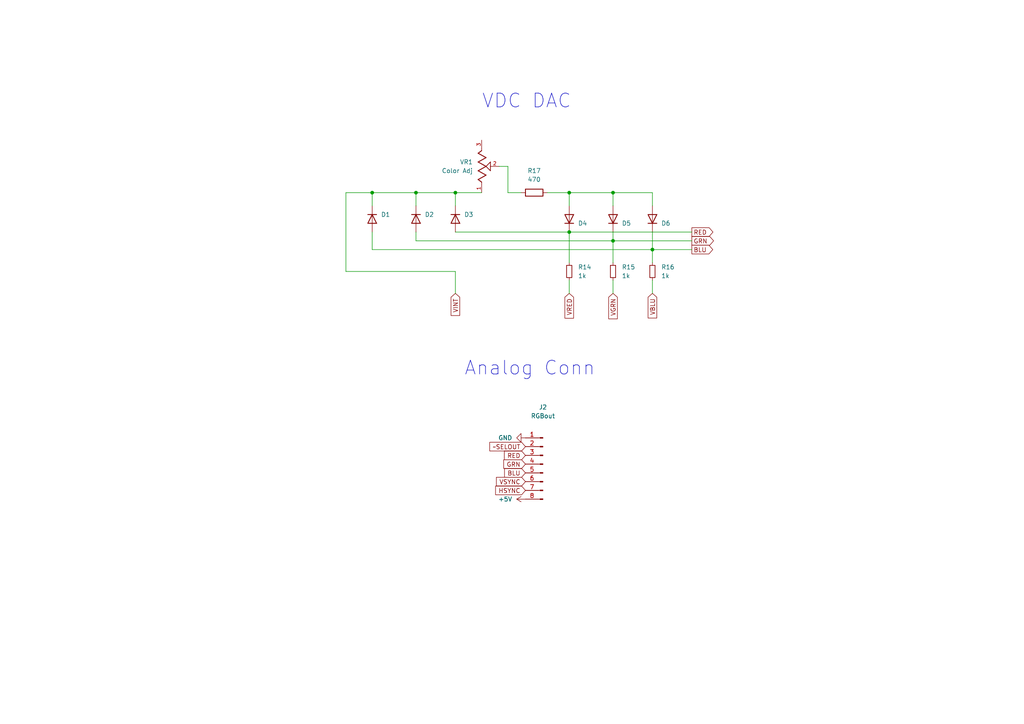
<source format=kicad_sch>
(kicad_sch (version 20230121) (generator eeschema)
  (paper "A4")
  (lib_symbols
    (symbol "3314J-1-501E:3314J-1-501E" (pin_names (offset 1.016))
      (property "Reference" "VR" (at -5.08 10.16 0))
      (property "Value" "3314J-1-501E" (at -5.08 -5.08 0))
      (symbol "3314J-1-501E_0_0"
        (polyline (pts (xy -4.572 0) (xy -5.08 0)) (stroke (width 0.1524)))
        (polyline (pts (xy -3.81 -1.016) (xy -4.572 0)) (stroke (width 0.254)))
        (polyline (pts (xy -2.54 1.27) (xy -3.81 -1.016)) (stroke (width 0.254)))
        (polyline (pts (xy -1.27 -1.016) (xy -2.54 1.27)) (stroke (width 0.254)))
        (polyline (pts (xy -1.27 2.54) (xy 1.27 2.54)) (stroke (width 0.2032)))
        (polyline (pts (xy 0 1.27) (xy -1.27 -1.016)) (stroke (width 0.254)))
        (polyline (pts (xy 0 1.27) (xy -1.27 2.54)) (stroke (width 0.2032)))
        (polyline (pts (xy 1.27 -1.016) (xy 0 1.27)) (stroke (width 0.254)))
        (polyline (pts (xy 1.27 2.54) (xy 0 1.27)) (stroke (width 0.2032)))
        (polyline (pts (xy 2.54 1.27) (xy 1.27 -1.016)) (stroke (width 0.254)))
        (polyline (pts (xy 3.81 -1.016) (xy 2.54 1.27)) (stroke (width 0.254)))
        (polyline (pts (xy 4.572 0) (xy 3.81 -1.016)) (stroke (width 0.254)))
        (polyline (pts (xy 5.08 0) (xy 4.572 0)) (stroke (width 0.1524)))
        (pin passive line (at -7.62 0 0) (length 2.54) (name "~") (number "1"))
        (pin passive line (at 0 5.08 270) (length 2.54) (name "~") (number "2"))
        (pin passive line (at 7.62 0 180) (length 2.54) (name "~") (number "3"))
      )
    )
    (symbol "Connector:Conn_01x08_Pin" (pin_names (offset 1.016) hide)
      (property "Reference" "J" (at 0 10.16 0))
      (property "Value" "Conn_01x08_Pin" (at 0 -12.7 0))
      (symbol "Conn_01x08_Pin_1_1"
        (polyline (pts (xy 1.27 -10.16) (xy 0.8636 -10.16)) (stroke (width 0.1524)))
        (polyline (pts (xy 1.27 -7.62) (xy 0.8636 -7.62)) (stroke (width 0.1524)))
        (polyline (pts (xy 1.27 -5.08) (xy 0.8636 -5.08)) (stroke (width 0.1524)))
        (polyline (pts (xy 1.27 -2.54) (xy 0.8636 -2.54)) (stroke (width 0.1524)))
        (polyline (pts (xy 1.27 0) (xy 0.8636 0)) (stroke (width 0.1524)))
        (polyline (pts (xy 1.27 2.54) (xy 0.8636 2.54)) (stroke (width 0.1524)))
        (polyline (pts (xy 1.27 5.08) (xy 0.8636 5.08)) (stroke (width 0.1524)))
        (polyline (pts (xy 1.27 7.62) (xy 0.8636 7.62)) (stroke (width 0.1524)))
        (rectangle (start 0.8636 -10.033) (end 0 -10.287) (stroke (width 0.1524)) (fill (type outline)))
        (rectangle (start 0.8636 -7.493) (end 0 -7.747) (stroke (width 0.1524)) (fill (type outline)))
        (rectangle (start 0.8636 -4.953) (end 0 -5.207) (stroke (width 0.1524)) (fill (type outline)))
        (rectangle (start 0.8636 -2.413) (end 0 -2.667) (stroke (width 0.1524)) (fill (type outline)))
        (rectangle (start 0.8636 0.127) (end 0 -0.127) (stroke (width 0.1524)) (fill (type outline)))
        (rectangle (start 0.8636 2.667) (end 0 2.413) (stroke (width 0.1524)) (fill (type outline)))
        (rectangle (start 0.8636 5.207) (end 0 4.953) (stroke (width 0.1524)) (fill (type outline)))
        (rectangle (start 0.8636 7.747) (end 0 7.493) (stroke (width 0.1524)) (fill (type outline)))
        (pin passive line (at 5.08 7.62 180) (length 3.81) (name "Pin_1") (number "1"))
        (pin passive line (at 5.08 5.08 180) (length 3.81) (name "Pin_2") (number "2"))
        (pin passive line (at 5.08 2.54 180) (length 3.81) (name "Pin_3") (number "3"))
        (pin passive line (at 5.08 0 180) (length 3.81) (name "Pin_4") (number "4"))
        (pin passive line (at 5.08 -2.54 180) (length 3.81) (name "Pin_5") (number "5"))
        (pin passive line (at 5.08 -5.08 180) (length 3.81) (name "Pin_6") (number "6"))
        (pin passive line (at 5.08 -7.62 180) (length 3.81) (name "Pin_7") (number "7"))
        (pin passive line (at 5.08 -10.16 180) (length 3.81) (name "Pin_8") (number "8"))
      )
    )
    (symbol "Device:R" (pin_numbers hide) (pin_names (offset 0))
      (property "Reference" "R" (at 2.032 0 90))
      (property "Value" "R" (at 0 0 90))
      (symbol "R_0_1"
        (rectangle (start -1.016 -2.54) (end 1.016 2.54) (stroke (width 0.254)))
      )
      (symbol "R_1_1"
        (pin passive line (at 0 3.81 270) (length 1.27) (name "~") (number "1"))
        (pin passive line (at 0 -3.81 90) (length 1.27) (name "~") (number "2"))
      )
    )
    (symbol "Device:R_Small" (pin_numbers hide) (pin_names (offset 0.254) hide)
      (property "Reference" "R" (at 0.762 0.508 0))
      (property "Value" "R_Small" (at 0.762 -1.016 0))
      (symbol "R_Small_0_1"
        (rectangle (start -0.762 1.778) (end 0.762 -1.778) (stroke (width 0.2032)))
      )
      (symbol "R_Small_1_1"
        (pin passive line (at 0 2.54 270) (length 0.762) (name "~") (number "1"))
        (pin passive line (at 0 -2.54 90) (length 0.762) (name "~") (number "2"))
      )
    )
    (symbol "Diode:1N4148W" (pin_numbers hide) (pin_names hide)
      (property "Reference" "D" (at 0 2.54 0))
      (property "Value" "1N4148W" (at 0 -2.54 0))
      (symbol "1N4148W_0_1"
        (polyline (pts (xy -1.27 1.27) (xy -1.27 -1.27)) (stroke (width 0.254)))
        (polyline (pts (xy 1.27 0) (xy -1.27 0)))
        (polyline (pts (xy 1.27 1.27) (xy 1.27 -1.27) (xy -1.27 0) (xy 1.27 1.27)) (stroke (width 0.254)))
      )
      (symbol "1N4148W_1_1"
        (pin passive line (at -3.81 0 0) (length 2.54) (name "K") (number "1"))
        (pin passive line (at 3.81 0 180) (length 2.54) (name "A") (number "2"))
      )
    )
    (symbol "power:+5V" (power) (pin_names (offset 0))
      (property "Value" "+5V" (at 0 3.556 0))
      (symbol "+5V_0_1"
        (polyline (pts (xy -0.762 1.27) (xy 0 2.54)))
        (polyline (pts (xy 0 0) (xy 0 2.54)))
        (polyline (pts (xy 0 2.54) (xy 0.762 1.27)))
      )
      (symbol "+5V_1_1"
        (pin power_in line (at 0 0 90) (length 0) hide (name "+5V") (number "1"))
      )
    )
    (symbol "power:GND" (power) (pin_names (offset 0))
      (property "Value" "GND" (at 0 -3.81 0))
      (symbol "GND_0_1"
        (polyline (pts (xy 0 0) (xy 0 -1.27) (xy 1.27 -1.27) (xy 0 -2.54) (xy -1.27 -1.27) (xy 0 -1.27)))
      )
      (symbol "GND_1_1"
        (pin power_in line (at 0 0 270) (length 0) hide (name "GND") (number "1"))
      )
    )
  )
  (junction (at 189.23 72.39))
  (junction (at 132.08 55.88))
  (junction (at 165.1 55.88))
  (junction (at 107.95 55.88))
  (junction (at 165.1 67.31))
  (junction (at 177.8 69.85))
  (junction (at 177.8 55.88))
  (junction (at 120.65 55.88))
  (wire (pts (xy 177.8 69.85) (xy 200.66 69.85)))
  (wire (pts (xy 189.23 72.39) (xy 189.23 76.2)))
  (wire (pts (xy 107.95 55.88) (xy 100.33 55.88)))
  (wire (pts (xy 177.8 55.88) (xy 189.23 55.88)))
  (wire (pts (xy 132.08 59.69) (xy 132.08 55.88)))
  (wire (pts (xy 165.1 55.88) (xy 177.8 55.88)))
  (wire (pts (xy 132.08 55.88) (xy 120.65 55.88)))
  (wire (pts (xy 132.08 55.88) (xy 139.7 55.88)))
  (wire (pts (xy 189.23 81.28) (xy 189.23 85.09)))
  (wire (pts (xy 189.23 55.88) (xy 189.23 59.69)))
  (wire (pts (xy 120.65 69.85) (xy 177.8 69.85)))
  (wire (pts (xy 100.33 78.74) (xy 132.08 78.74)))
  (wire (pts (xy 165.1 81.28) (xy 165.1 85.09)))
  (wire (pts (xy 132.08 67.31) (xy 165.1 67.31)))
  (wire (pts (xy 177.8 81.28) (xy 177.8 85.09)))
  (wire (pts (xy 189.23 67.31) (xy 189.23 72.39)))
  (wire (pts (xy 120.65 55.88) (xy 120.65 59.69)))
  (wire (pts (xy 165.1 55.88) (xy 165.1 59.69)))
  (wire (pts (xy 132.08 78.74) (xy 132.08 85.09)))
  (wire (pts (xy 147.32 48.26) (xy 147.32 55.88)))
  (wire (pts (xy 177.8 67.31) (xy 177.8 69.85)))
  (wire (pts (xy 107.95 72.39) (xy 189.23 72.39)))
  (wire (pts (xy 165.1 67.31) (xy 200.66 67.31)))
  (wire (pts (xy 189.23 72.39) (xy 200.66 72.39)))
  (wire (pts (xy 147.32 55.88) (xy 151.13 55.88)))
  (wire (pts (xy 158.75 55.88) (xy 165.1 55.88)))
  (wire (pts (xy 107.95 67.31) (xy 107.95 72.39)))
  (wire (pts (xy 144.78 48.26) (xy 147.32 48.26)))
  (wire (pts (xy 120.65 55.88) (xy 107.95 55.88)))
  (wire (pts (xy 107.95 55.88) (xy 107.95 59.69)))
  (wire (pts (xy 120.65 67.31) (xy 120.65 69.85)))
  (wire (pts (xy 165.1 67.31) (xy 165.1 76.2)))
  (wire (pts (xy 177.8 55.88) (xy 177.8 59.69)))
  (wire (pts (xy 100.33 55.88) (xy 100.33 78.74)))
  (wire (pts (xy 177.8 69.85) (xy 177.8 76.2)))
  (text "VDC DAC" (at 139.7 31.75 0) (effects (font (size 4 4)) (justify left bottom)))
  (text "Analog Conn" (at 134.62 109.22 0) (effects (font (size 4 4)) (justify left bottom)))
  (global_label "BLU" (shape output) (at 200.66 72.39 0) (property "Intersheetrefs" "${INTERSHEET_REFS}" (effects hide)))
  (global_label "BLU" (shape input) (at 152.4 137.16 180) (property "Intersheetrefs" "${INTERSHEET_REFS}" (effects hide)))
  (global_label "VRED" (shape input) (at 165.1 85.09 270) (property "Intersheetrefs" "${INTERSHEET_REFS}" (effects hide)))
  (global_label "VINT" (shape input) (at 132.08 85.09 270) (property "Intersheetrefs" "${INTERSHEET_REFS}" (effects hide)))
  (global_label "VGRN" (shape input) (at 177.8 85.09 270) (property "Intersheetrefs" "${INTERSHEET_REFS}" (effects hide)))
  (global_label "RED" (shape input) (at 152.4 132.08 180) (property "Intersheetrefs" "${INTERSHEET_REFS}" (effects hide)))
  (global_label "GRN" (shape input) (at 152.4 134.62 180) (property "Intersheetrefs" "${INTERSHEET_REFS}" (effects hide)))
  (global_label "RED" (shape output) (at 200.66 67.31 0) (property "Intersheetrefs" "${INTERSHEET_REFS}" (effects hide)))
  (global_label "~SELOUT" (shape input) (at 152.4 129.54 180) (property "Intersheetrefs" "${INTERSHEET_REFS}" (effects hide)))
  (global_label "VSYNC" (shape input) (at 152.4 139.7 180) (property "Intersheetrefs" "${INTERSHEET_REFS}" (effects hide)))
  (global_label "VBLU" (shape input) (at 189.23 85.09 270) (property "Intersheetrefs" "${INTERSHEET_REFS}" (effects hide)))
  (global_label "GRN" (shape output) (at 200.66 69.85 0) (property "Intersheetrefs" "${INTERSHEET_REFS}" (effects hide)))
  (global_label "HSYNC" (shape input) (at 152.4 142.24 180) (property "Intersheetrefs" "${INTERSHEET_REFS}" (effects hide)))
  (symbol (lib_id "Device:R") (at 154.94 55.88 90) (unit 1)
    (property "Reference" "R17" (at 154.94 49.53 90))
    (property "Value" "470" (at 154.94 52.07 90))
    (property "Footprint" "Resistor_SMD:R_1206_3216Metric" (effects hide))
  )
  (symbol (lib_id "Connector:Conn_01x08_Pin") (at 157.48 134.62 0) (mirror y) (unit 1)
    (property "Reference" "J2" (at 157.48 118.11 0))
    (property "Value" "RGBout" (at 157.48 120.65 0))
    (property "Footprint" "Connector_PinHeader_2.54mm:PinHeader_2x04_P2.54mm_Vertical" (effects hide))
  )
  (symbol (lib_id "Diode:1N4148W") (at 177.8 63.5 270) (mirror x) (unit 1)
    (property "Reference" "D5" (at 180.34 64.77 90) (effects (justify left)))
    (property "Value" "1N4148W" (effects hide))
    (property "Footprint" "Diode_SMD:D_SOD-123" (effects hide))
    (property "Datasheet" "https://www.vishay.com/docs/85748/1n4148w.pdf" (effects hide))
    (property "Sim.Device" "D" (effects hide))
    (property "Sim.Pins" "1=K 2=A" (effects hide))
  )
  (symbol (lib_id "power:GND") (at 152.4 127 270) (unit 1)
    (property "Reference" "#PWR049" (effects hide))
    (property "Value" "GND" (at 148.59 127 90) (effects (justify right)))
  )
  (symbol (lib_id "Device:R_Small") (at 189.23 78.74 0) (unit 1)
    (property "Reference" "R16" (at 191.77 77.47 0) (effects (justify left)))
    (property "Value" "1k" (at 191.77 80.01 0) (effects (justify left)))
    (property "Footprint" "Resistor_SMD:R_1206_3216Metric" (effects hide))
  )
  (symbol (lib_id "Diode:1N4148W") (at 132.08 63.5 270) (unit 1)
    (property "Reference" "D3" (at 134.62 62.23 90) (effects (justify left)))
    (property "Value" "1N4148W" (effects hide))
    (property "Footprint" "Diode_SMD:D_SOD-123" (effects hide))
    (property "Datasheet" "https://www.vishay.com/docs/85748/1n4148w.pdf" (effects hide))
    (property "Sim.Device" "D" (effects hide))
    (property "Sim.Pins" "1=K 2=A" (effects hide))
  )
  (symbol (lib_id "Diode:1N4148W") (at 165.1 63.5 270) (mirror x) (unit 1)
    (property "Reference" "D4" (at 167.64 64.77 90) (effects (justify left)))
    (property "Value" "1N4148W" (effects hide))
    (property "Footprint" "Diode_SMD:D_SOD-123" (effects hide))
    (property "Datasheet" "https://www.vishay.com/docs/85748/1n4148w.pdf" (effects hide))
    (property "Sim.Device" "D" (effects hide))
    (property "Sim.Pins" "1=K 2=A" (effects hide))
  )
  (symbol (lib_id "Diode:1N4148W") (at 120.65 63.5 270) (unit 1)
    (property "Reference" "D2" (at 123.19 62.23 90) (effects (justify left)))
    (property "Value" "1N4148W" (effects hide))
    (property "Footprint" "Diode_SMD:D_SOD-123" (effects hide))
    (property "Datasheet" "https://www.vishay.com/docs/85748/1n4148w.pdf" (effects hide))
    (property "Sim.Device" "D" (effects hide))
    (property "Sim.Pins" "1=K 2=A" (effects hide))
  )
  (symbol (lib_id "Device:R_Small") (at 177.8 78.74 0) (unit 1)
    (property "Reference" "R15" (at 180.34 77.47 0) (effects (justify left)))
    (property "Value" "1k" (at 180.34 80.01 0) (effects (justify left)))
    (property "Footprint" "Resistor_SMD:R_1206_3216Metric" (effects hide))
  )
  (symbol (lib_id "3314J-1-501E:3314J-1-501E") (at 139.7 48.26 270) (mirror x) (unit 1)
    (property "Reference" "VR1" (at 137.16 46.99 90) (effects (justify right)))
    (property "Value" "Color Adj" (at 137.16 49.53 90) (effects (justify right)))
    (property "Footprint" "r2v2_proj_models:TRIM_3314J-1-501E" (effects hide))
    (property "STANDARD" "Manufacturer Recommendation" (effects hide))
    (property "MANUFACTURER" "Bourns" (effects hide))
  )
  (symbol (lib_id "Diode:1N4148W") (at 107.95 63.5 270) (unit 1)
    (property "Reference" "D1" (at 110.49 62.23 90) (effects (justify left)))
    (property "Value" "1N4148W" (effects hide))
    (property "Footprint" "Diode_SMD:D_SOD-123" (effects hide))
    (property "Datasheet" "https://www.vishay.com/docs/85748/1n4148w.pdf" (effects hide))
    (property "Sim.Device" "D" (effects hide))
    (property "Sim.Pins" "1=K 2=A" (effects hide))
  )
  (symbol (lib_id "Device:R_Small") (at 165.1 78.74 0) (unit 1)
    (property "Reference" "R14" (at 167.64 77.47 0) (effects (justify left)))
    (property "Value" "1k" (at 167.64 80.01 0) (effects (justify left)))
    (property "Footprint" "Resistor_SMD:R_1206_3216Metric" (effects hide))
  )
  (symbol (lib_id "power:+5V") (at 152.4 144.78 90) (unit 1)
    (property "Reference" "#PWR027" (effects hide))
    (property "Value" "+5V" (at 148.59 144.78 90) (effects (justify left)))
  )
  (symbol (lib_id "Diode:1N4148W") (at 189.23 63.5 270) (mirror x) (unit 1)
    (property "Reference" "D6" (at 191.77 64.77 90) (effects (justify left)))
    (property "Value" "1N4148W" (effects hide))
    (property "Footprint" "Diode_SMD:D_SOD-123" (effects hide))
    (property "Datasheet" "https://www.vishay.com/docs/85748/1n4148w.pdf" (effects hide))
    (property "Sim.Device" "D" (effects hide))
    (property "Sim.Pins" "1=K 2=A" (effects hide))
  )
)
</source>
